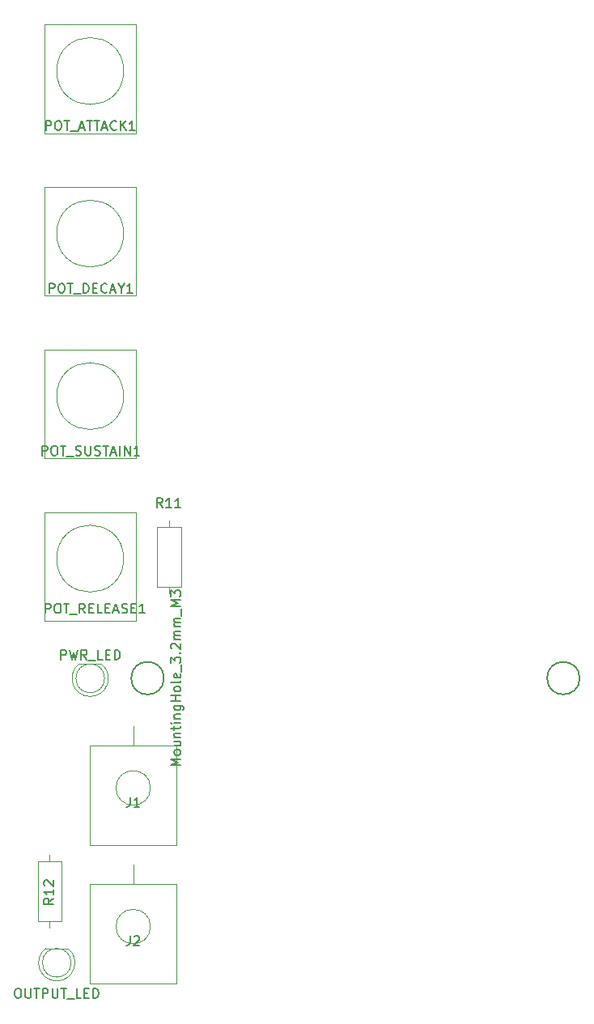
<source format=gbr>
%TF.GenerationSoftware,KiCad,Pcbnew,5.1.9+dfsg1-1~bpo10+1*%
%TF.CreationDate,2022-02-02T14:01:01+08:00*%
%TF.ProjectId,MiniADSR 1.0.1 - Control,4d696e69-4144-4535-9220-312e302e3120,rev?*%
%TF.SameCoordinates,Original*%
%TF.FileFunction,Other,Fab,Top*%
%FSLAX46Y46*%
G04 Gerber Fmt 4.6, Leading zero omitted, Abs format (unit mm)*
G04 Created by KiCad (PCBNEW 5.1.9+dfsg1-1~bpo10+1) date 2022-02-02 14:01:01*
%MOMM*%
%LPD*%
G01*
G04 APERTURE LIST*
%ADD10C,0.150000*%
%ADD11C,0.100000*%
G04 APERTURE END LIST*
D10*
X152705877Y-122500000D02*
G75*
G03*
X152705877Y-122500000I-1702939J0D01*
G01*
X109211724Y-122500000D02*
G75*
G03*
X109211724Y-122500000I-1711724J0D01*
G01*
D11*
%TO.C,POT_RELEASE1*%
X105000000Y-110000000D02*
G75*
G03*
X105000000Y-110000000I-3500000J0D01*
G01*
X96750000Y-116500000D02*
X96750000Y-105150000D01*
X106250000Y-116500000D02*
X96750000Y-116500000D01*
X106250000Y-105150000D02*
X96750000Y-105150000D01*
X106250000Y-116500000D02*
X106250000Y-105150000D01*
%TO.C,J1*%
X101500000Y-139980000D02*
X101500000Y-129580000D01*
X110500000Y-139980000D02*
X110500000Y-129580000D01*
X110500000Y-139980000D02*
X101500000Y-139980000D01*
X110500000Y-129530000D02*
X101500000Y-129530000D01*
X107800000Y-133980000D02*
G75*
G03*
X107800000Y-133980000I-1800000J0D01*
G01*
X106000000Y-127500000D02*
X106000000Y-129530000D01*
%TO.C,R12*%
X97250000Y-148620000D02*
X97250000Y-147960000D01*
X97250000Y-141000000D02*
X97250000Y-141660000D01*
X98500000Y-147960000D02*
X98500000Y-141660000D01*
X96000000Y-147960000D02*
X98500000Y-147960000D01*
X96000000Y-141660000D02*
X96000000Y-147960000D01*
X98500000Y-141660000D02*
X96000000Y-141660000D01*
%TO.C,R11*%
X111000000Y-106660000D02*
X108500000Y-106660000D01*
X108500000Y-106660000D02*
X108500000Y-112960000D01*
X108500000Y-112960000D02*
X111000000Y-112960000D01*
X111000000Y-112960000D02*
X111000000Y-106660000D01*
X109750000Y-106000000D02*
X109750000Y-106660000D01*
X109750000Y-113620000D02*
X109750000Y-112960000D01*
%TO.C,POT_ATTACK1*%
X106250000Y-65500000D02*
X106250000Y-54150000D01*
X106250000Y-54150000D02*
X96750000Y-54150000D01*
X106250000Y-65500000D02*
X96750000Y-65500000D01*
X96750000Y-65500000D02*
X96750000Y-54150000D01*
X105000000Y-59000000D02*
G75*
G03*
X105000000Y-59000000I-3500000J0D01*
G01*
%TO.C,POT_DECAY1*%
X106250000Y-82500000D02*
X106250000Y-71150000D01*
X106250000Y-71150000D02*
X96750000Y-71150000D01*
X106250000Y-82500000D02*
X96750000Y-82500000D01*
X96750000Y-82500000D02*
X96750000Y-71150000D01*
X105000000Y-76000000D02*
G75*
G03*
X105000000Y-76000000I-3500000J0D01*
G01*
%TO.C,POT_SUSTAIN1*%
X105000000Y-93000000D02*
G75*
G03*
X105000000Y-93000000I-3500000J0D01*
G01*
X96750000Y-99500000D02*
X96750000Y-88150000D01*
X106250000Y-99500000D02*
X96750000Y-99500000D01*
X106250000Y-88150000D02*
X96750000Y-88150000D01*
X106250000Y-99500000D02*
X106250000Y-88150000D01*
%TO.C,D6*%
X103000000Y-122520000D02*
G75*
G03*
X103000000Y-122520000I-1500000J0D01*
G01*
X102666190Y-121020000D02*
X100333810Y-121020000D01*
X100334524Y-121019445D02*
G75*
G03*
X102666190Y-121020000I1165476J-1500555D01*
G01*
%TO.C,D7*%
X99166190Y-150770000D02*
X96833810Y-150770000D01*
X99500000Y-152270000D02*
G75*
G03*
X99500000Y-152270000I-1500000J0D01*
G01*
X96834524Y-150769445D02*
G75*
G03*
X99166190Y-150770000I1165476J-1500555D01*
G01*
%TO.C,J2*%
X101500000Y-154480000D02*
X101500000Y-144080000D01*
X110500000Y-154480000D02*
X110500000Y-144080000D01*
X110500000Y-154480000D02*
X101500000Y-154480000D01*
X110500000Y-144030000D02*
X101500000Y-144030000D01*
X107800000Y-148480000D02*
G75*
G03*
X107800000Y-148480000I-1800000J0D01*
G01*
X106000000Y-142000000D02*
X106000000Y-144030000D01*
%TD*%
%TO.C,POT_RELEASE1*%
D10*
X96809523Y-115702380D02*
X96809523Y-114702380D01*
X97190476Y-114702380D01*
X97285714Y-114750000D01*
X97333333Y-114797619D01*
X97380952Y-114892857D01*
X97380952Y-115035714D01*
X97333333Y-115130952D01*
X97285714Y-115178571D01*
X97190476Y-115226190D01*
X96809523Y-115226190D01*
X98000000Y-114702380D02*
X98190476Y-114702380D01*
X98285714Y-114750000D01*
X98380952Y-114845238D01*
X98428571Y-115035714D01*
X98428571Y-115369047D01*
X98380952Y-115559523D01*
X98285714Y-115654761D01*
X98190476Y-115702380D01*
X98000000Y-115702380D01*
X97904761Y-115654761D01*
X97809523Y-115559523D01*
X97761904Y-115369047D01*
X97761904Y-115035714D01*
X97809523Y-114845238D01*
X97904761Y-114750000D01*
X98000000Y-114702380D01*
X98714285Y-114702380D02*
X99285714Y-114702380D01*
X99000000Y-115702380D02*
X99000000Y-114702380D01*
X99380952Y-115797619D02*
X100142857Y-115797619D01*
X100952380Y-115702380D02*
X100619047Y-115226190D01*
X100380952Y-115702380D02*
X100380952Y-114702380D01*
X100761904Y-114702380D01*
X100857142Y-114750000D01*
X100904761Y-114797619D01*
X100952380Y-114892857D01*
X100952380Y-115035714D01*
X100904761Y-115130952D01*
X100857142Y-115178571D01*
X100761904Y-115226190D01*
X100380952Y-115226190D01*
X101380952Y-115178571D02*
X101714285Y-115178571D01*
X101857142Y-115702380D02*
X101380952Y-115702380D01*
X101380952Y-114702380D01*
X101857142Y-114702380D01*
X102761904Y-115702380D02*
X102285714Y-115702380D01*
X102285714Y-114702380D01*
X103095238Y-115178571D02*
X103428571Y-115178571D01*
X103571428Y-115702380D02*
X103095238Y-115702380D01*
X103095238Y-114702380D01*
X103571428Y-114702380D01*
X103952380Y-115416666D02*
X104428571Y-115416666D01*
X103857142Y-115702380D02*
X104190476Y-114702380D01*
X104523809Y-115702380D01*
X104809523Y-115654761D02*
X104952380Y-115702380D01*
X105190476Y-115702380D01*
X105285714Y-115654761D01*
X105333333Y-115607142D01*
X105380952Y-115511904D01*
X105380952Y-115416666D01*
X105333333Y-115321428D01*
X105285714Y-115273809D01*
X105190476Y-115226190D01*
X105000000Y-115178571D01*
X104904761Y-115130952D01*
X104857142Y-115083333D01*
X104809523Y-114988095D01*
X104809523Y-114892857D01*
X104857142Y-114797619D01*
X104904761Y-114750000D01*
X105000000Y-114702380D01*
X105238095Y-114702380D01*
X105380952Y-114750000D01*
X105809523Y-115178571D02*
X106142857Y-115178571D01*
X106285714Y-115702380D02*
X105809523Y-115702380D01*
X105809523Y-114702380D01*
X106285714Y-114702380D01*
X107238095Y-115702380D02*
X106666666Y-115702380D01*
X106952380Y-115702380D02*
X106952380Y-114702380D01*
X106857142Y-114845238D01*
X106761904Y-114940476D01*
X106666666Y-114988095D01*
%TO.C,REF\u002A\u002A*%
X110952380Y-131619047D02*
X109952380Y-131619047D01*
X110666666Y-131285714D01*
X109952380Y-130952380D01*
X110952380Y-130952380D01*
X110952380Y-130333333D02*
X110904761Y-130428571D01*
X110857142Y-130476190D01*
X110761904Y-130523809D01*
X110476190Y-130523809D01*
X110380952Y-130476190D01*
X110333333Y-130428571D01*
X110285714Y-130333333D01*
X110285714Y-130190476D01*
X110333333Y-130095238D01*
X110380952Y-130047619D01*
X110476190Y-130000000D01*
X110761904Y-130000000D01*
X110857142Y-130047619D01*
X110904761Y-130095238D01*
X110952380Y-130190476D01*
X110952380Y-130333333D01*
X110285714Y-129142857D02*
X110952380Y-129142857D01*
X110285714Y-129571428D02*
X110809523Y-129571428D01*
X110904761Y-129523809D01*
X110952380Y-129428571D01*
X110952380Y-129285714D01*
X110904761Y-129190476D01*
X110857142Y-129142857D01*
X110285714Y-128666666D02*
X110952380Y-128666666D01*
X110380952Y-128666666D02*
X110333333Y-128619047D01*
X110285714Y-128523809D01*
X110285714Y-128380952D01*
X110333333Y-128285714D01*
X110428571Y-128238095D01*
X110952380Y-128238095D01*
X110285714Y-127904761D02*
X110285714Y-127523809D01*
X109952380Y-127761904D02*
X110809523Y-127761904D01*
X110904761Y-127714285D01*
X110952380Y-127619047D01*
X110952380Y-127523809D01*
X110952380Y-127190476D02*
X110285714Y-127190476D01*
X109952380Y-127190476D02*
X110000000Y-127238095D01*
X110047619Y-127190476D01*
X110000000Y-127142857D01*
X109952380Y-127190476D01*
X110047619Y-127190476D01*
X110285714Y-126714285D02*
X110952380Y-126714285D01*
X110380952Y-126714285D02*
X110333333Y-126666666D01*
X110285714Y-126571428D01*
X110285714Y-126428571D01*
X110333333Y-126333333D01*
X110428571Y-126285714D01*
X110952380Y-126285714D01*
X110285714Y-125380952D02*
X111095238Y-125380952D01*
X111190476Y-125428571D01*
X111238095Y-125476190D01*
X111285714Y-125571428D01*
X111285714Y-125714285D01*
X111238095Y-125809523D01*
X110904761Y-125380952D02*
X110952380Y-125476190D01*
X110952380Y-125666666D01*
X110904761Y-125761904D01*
X110857142Y-125809523D01*
X110761904Y-125857142D01*
X110476190Y-125857142D01*
X110380952Y-125809523D01*
X110333333Y-125761904D01*
X110285714Y-125666666D01*
X110285714Y-125476190D01*
X110333333Y-125380952D01*
X110952380Y-124904761D02*
X109952380Y-124904761D01*
X110428571Y-124904761D02*
X110428571Y-124333333D01*
X110952380Y-124333333D02*
X109952380Y-124333333D01*
X110952380Y-123714285D02*
X110904761Y-123809523D01*
X110857142Y-123857142D01*
X110761904Y-123904761D01*
X110476190Y-123904761D01*
X110380952Y-123857142D01*
X110333333Y-123809523D01*
X110285714Y-123714285D01*
X110285714Y-123571428D01*
X110333333Y-123476190D01*
X110380952Y-123428571D01*
X110476190Y-123380952D01*
X110761904Y-123380952D01*
X110857142Y-123428571D01*
X110904761Y-123476190D01*
X110952380Y-123571428D01*
X110952380Y-123714285D01*
X110952380Y-122809523D02*
X110904761Y-122904761D01*
X110809523Y-122952380D01*
X109952380Y-122952380D01*
X110904761Y-122047619D02*
X110952380Y-122142857D01*
X110952380Y-122333333D01*
X110904761Y-122428571D01*
X110809523Y-122476190D01*
X110428571Y-122476190D01*
X110333333Y-122428571D01*
X110285714Y-122333333D01*
X110285714Y-122142857D01*
X110333333Y-122047619D01*
X110428571Y-122000000D01*
X110523809Y-122000000D01*
X110619047Y-122476190D01*
X111047619Y-121809523D02*
X111047619Y-121047619D01*
X109952380Y-120904761D02*
X109952380Y-120285714D01*
X110333333Y-120619047D01*
X110333333Y-120476190D01*
X110380952Y-120380952D01*
X110428571Y-120333333D01*
X110523809Y-120285714D01*
X110761904Y-120285714D01*
X110857142Y-120333333D01*
X110904761Y-120380952D01*
X110952380Y-120476190D01*
X110952380Y-120761904D01*
X110904761Y-120857142D01*
X110857142Y-120904761D01*
X110857142Y-119857142D02*
X110904761Y-119809523D01*
X110952380Y-119857142D01*
X110904761Y-119904761D01*
X110857142Y-119857142D01*
X110952380Y-119857142D01*
X110047619Y-119428571D02*
X110000000Y-119380952D01*
X109952380Y-119285714D01*
X109952380Y-119047619D01*
X110000000Y-118952380D01*
X110047619Y-118904761D01*
X110142857Y-118857142D01*
X110238095Y-118857142D01*
X110380952Y-118904761D01*
X110952380Y-119476190D01*
X110952380Y-118857142D01*
X110952380Y-118428571D02*
X110285714Y-118428571D01*
X110380952Y-118428571D02*
X110333333Y-118380952D01*
X110285714Y-118285714D01*
X110285714Y-118142857D01*
X110333333Y-118047619D01*
X110428571Y-118000000D01*
X110952380Y-118000000D01*
X110428571Y-118000000D02*
X110333333Y-117952380D01*
X110285714Y-117857142D01*
X110285714Y-117714285D01*
X110333333Y-117619047D01*
X110428571Y-117571428D01*
X110952380Y-117571428D01*
X110952380Y-117095238D02*
X110285714Y-117095238D01*
X110380952Y-117095238D02*
X110333333Y-117047619D01*
X110285714Y-116952380D01*
X110285714Y-116809523D01*
X110333333Y-116714285D01*
X110428571Y-116666666D01*
X110952380Y-116666666D01*
X110428571Y-116666666D02*
X110333333Y-116619047D01*
X110285714Y-116523809D01*
X110285714Y-116380952D01*
X110333333Y-116285714D01*
X110428571Y-116238095D01*
X110952380Y-116238095D01*
X111047619Y-116000000D02*
X111047619Y-115238095D01*
X110952380Y-115000000D02*
X109952380Y-115000000D01*
X110666666Y-114666666D01*
X109952380Y-114333333D01*
X110952380Y-114333333D01*
X109952380Y-113952380D02*
X109952380Y-113333333D01*
X110333333Y-113666666D01*
X110333333Y-113523809D01*
X110380952Y-113428571D01*
X110428571Y-113380952D01*
X110523809Y-113333333D01*
X110761904Y-113333333D01*
X110857142Y-113380952D01*
X110904761Y-113428571D01*
X110952380Y-113523809D01*
X110952380Y-113809523D01*
X110904761Y-113904761D01*
X110857142Y-113952380D01*
%TO.C,J1*%
X105666666Y-134952380D02*
X105666666Y-135666666D01*
X105619047Y-135809523D01*
X105523809Y-135904761D01*
X105380952Y-135952380D01*
X105285714Y-135952380D01*
X106666666Y-135952380D02*
X106095238Y-135952380D01*
X106380952Y-135952380D02*
X106380952Y-134952380D01*
X106285714Y-135095238D01*
X106190476Y-135190476D01*
X106095238Y-135238095D01*
%TO.C,R12*%
X97652380Y-145542857D02*
X97176190Y-145876190D01*
X97652380Y-146114285D02*
X96652380Y-146114285D01*
X96652380Y-145733333D01*
X96700000Y-145638095D01*
X96747619Y-145590476D01*
X96842857Y-145542857D01*
X96985714Y-145542857D01*
X97080952Y-145590476D01*
X97128571Y-145638095D01*
X97176190Y-145733333D01*
X97176190Y-146114285D01*
X97652380Y-144590476D02*
X97652380Y-145161904D01*
X97652380Y-144876190D02*
X96652380Y-144876190D01*
X96795238Y-144971428D01*
X96890476Y-145066666D01*
X96938095Y-145161904D01*
X96747619Y-144209523D02*
X96700000Y-144161904D01*
X96652380Y-144066666D01*
X96652380Y-143828571D01*
X96700000Y-143733333D01*
X96747619Y-143685714D01*
X96842857Y-143638095D01*
X96938095Y-143638095D01*
X97080952Y-143685714D01*
X97652380Y-144257142D01*
X97652380Y-143638095D01*
%TO.C,R11*%
X109057142Y-104652380D02*
X108723809Y-104176190D01*
X108485714Y-104652380D02*
X108485714Y-103652380D01*
X108866666Y-103652380D01*
X108961904Y-103700000D01*
X109009523Y-103747619D01*
X109057142Y-103842857D01*
X109057142Y-103985714D01*
X109009523Y-104080952D01*
X108961904Y-104128571D01*
X108866666Y-104176190D01*
X108485714Y-104176190D01*
X110009523Y-104652380D02*
X109438095Y-104652380D01*
X109723809Y-104652380D02*
X109723809Y-103652380D01*
X109628571Y-103795238D01*
X109533333Y-103890476D01*
X109438095Y-103938095D01*
X110961904Y-104652380D02*
X110390476Y-104652380D01*
X110676190Y-104652380D02*
X110676190Y-103652380D01*
X110580952Y-103795238D01*
X110485714Y-103890476D01*
X110390476Y-103938095D01*
%TO.C,POT_ATTACK1*%
X96857142Y-65202380D02*
X96857142Y-64202380D01*
X97238095Y-64202380D01*
X97333333Y-64250000D01*
X97380952Y-64297619D01*
X97428571Y-64392857D01*
X97428571Y-64535714D01*
X97380952Y-64630952D01*
X97333333Y-64678571D01*
X97238095Y-64726190D01*
X96857142Y-64726190D01*
X98047619Y-64202380D02*
X98238095Y-64202380D01*
X98333333Y-64250000D01*
X98428571Y-64345238D01*
X98476190Y-64535714D01*
X98476190Y-64869047D01*
X98428571Y-65059523D01*
X98333333Y-65154761D01*
X98238095Y-65202380D01*
X98047619Y-65202380D01*
X97952380Y-65154761D01*
X97857142Y-65059523D01*
X97809523Y-64869047D01*
X97809523Y-64535714D01*
X97857142Y-64345238D01*
X97952380Y-64250000D01*
X98047619Y-64202380D01*
X98761904Y-64202380D02*
X99333333Y-64202380D01*
X99047619Y-65202380D02*
X99047619Y-64202380D01*
X99428571Y-65297619D02*
X100190476Y-65297619D01*
X100380952Y-64916666D02*
X100857142Y-64916666D01*
X100285714Y-65202380D02*
X100619047Y-64202380D01*
X100952380Y-65202380D01*
X101142857Y-64202380D02*
X101714285Y-64202380D01*
X101428571Y-65202380D02*
X101428571Y-64202380D01*
X101904761Y-64202380D02*
X102476190Y-64202380D01*
X102190476Y-65202380D02*
X102190476Y-64202380D01*
X102761904Y-64916666D02*
X103238095Y-64916666D01*
X102666666Y-65202380D02*
X103000000Y-64202380D01*
X103333333Y-65202380D01*
X104238095Y-65107142D02*
X104190476Y-65154761D01*
X104047619Y-65202380D01*
X103952380Y-65202380D01*
X103809523Y-65154761D01*
X103714285Y-65059523D01*
X103666666Y-64964285D01*
X103619047Y-64773809D01*
X103619047Y-64630952D01*
X103666666Y-64440476D01*
X103714285Y-64345238D01*
X103809523Y-64250000D01*
X103952380Y-64202380D01*
X104047619Y-64202380D01*
X104190476Y-64250000D01*
X104238095Y-64297619D01*
X104666666Y-65202380D02*
X104666666Y-64202380D01*
X105238095Y-65202380D02*
X104809523Y-64630952D01*
X105238095Y-64202380D02*
X104666666Y-64773809D01*
X106190476Y-65202380D02*
X105619047Y-65202380D01*
X105904761Y-65202380D02*
X105904761Y-64202380D01*
X105809523Y-64345238D01*
X105714285Y-64440476D01*
X105619047Y-64488095D01*
%TO.C,POT_DECAY1*%
X97206666Y-82202380D02*
X97206666Y-81202380D01*
X97587619Y-81202380D01*
X97682857Y-81250000D01*
X97730476Y-81297619D01*
X97778095Y-81392857D01*
X97778095Y-81535714D01*
X97730476Y-81630952D01*
X97682857Y-81678571D01*
X97587619Y-81726190D01*
X97206666Y-81726190D01*
X98397142Y-81202380D02*
X98587619Y-81202380D01*
X98682857Y-81250000D01*
X98778095Y-81345238D01*
X98825714Y-81535714D01*
X98825714Y-81869047D01*
X98778095Y-82059523D01*
X98682857Y-82154761D01*
X98587619Y-82202380D01*
X98397142Y-82202380D01*
X98301904Y-82154761D01*
X98206666Y-82059523D01*
X98159047Y-81869047D01*
X98159047Y-81535714D01*
X98206666Y-81345238D01*
X98301904Y-81250000D01*
X98397142Y-81202380D01*
X99111428Y-81202380D02*
X99682857Y-81202380D01*
X99397142Y-82202380D02*
X99397142Y-81202380D01*
X99778095Y-82297619D02*
X100540000Y-82297619D01*
X100778095Y-82202380D02*
X100778095Y-81202380D01*
X101016190Y-81202380D01*
X101159047Y-81250000D01*
X101254285Y-81345238D01*
X101301904Y-81440476D01*
X101349523Y-81630952D01*
X101349523Y-81773809D01*
X101301904Y-81964285D01*
X101254285Y-82059523D01*
X101159047Y-82154761D01*
X101016190Y-82202380D01*
X100778095Y-82202380D01*
X101778095Y-81678571D02*
X102111428Y-81678571D01*
X102254285Y-82202380D02*
X101778095Y-82202380D01*
X101778095Y-81202380D01*
X102254285Y-81202380D01*
X103254285Y-82107142D02*
X103206666Y-82154761D01*
X103063809Y-82202380D01*
X102968571Y-82202380D01*
X102825714Y-82154761D01*
X102730476Y-82059523D01*
X102682857Y-81964285D01*
X102635238Y-81773809D01*
X102635238Y-81630952D01*
X102682857Y-81440476D01*
X102730476Y-81345238D01*
X102825714Y-81250000D01*
X102968571Y-81202380D01*
X103063809Y-81202380D01*
X103206666Y-81250000D01*
X103254285Y-81297619D01*
X103635238Y-81916666D02*
X104111428Y-81916666D01*
X103540000Y-82202380D02*
X103873333Y-81202380D01*
X104206666Y-82202380D01*
X104730476Y-81726190D02*
X104730476Y-82202380D01*
X104397142Y-81202380D02*
X104730476Y-81726190D01*
X105063809Y-81202380D01*
X105920952Y-82202380D02*
X105349523Y-82202380D01*
X105635238Y-82202380D02*
X105635238Y-81202380D01*
X105540000Y-81345238D01*
X105444761Y-81440476D01*
X105349523Y-81488095D01*
%TO.C,POT_SUSTAIN1*%
X96468571Y-99202380D02*
X96468571Y-98202380D01*
X96849523Y-98202380D01*
X96944761Y-98250000D01*
X96992380Y-98297619D01*
X97040000Y-98392857D01*
X97040000Y-98535714D01*
X96992380Y-98630952D01*
X96944761Y-98678571D01*
X96849523Y-98726190D01*
X96468571Y-98726190D01*
X97659047Y-98202380D02*
X97849523Y-98202380D01*
X97944761Y-98250000D01*
X98040000Y-98345238D01*
X98087619Y-98535714D01*
X98087619Y-98869047D01*
X98040000Y-99059523D01*
X97944761Y-99154761D01*
X97849523Y-99202380D01*
X97659047Y-99202380D01*
X97563809Y-99154761D01*
X97468571Y-99059523D01*
X97420952Y-98869047D01*
X97420952Y-98535714D01*
X97468571Y-98345238D01*
X97563809Y-98250000D01*
X97659047Y-98202380D01*
X98373333Y-98202380D02*
X98944761Y-98202380D01*
X98659047Y-99202380D02*
X98659047Y-98202380D01*
X99040000Y-99297619D02*
X99801904Y-99297619D01*
X99992380Y-99154761D02*
X100135238Y-99202380D01*
X100373333Y-99202380D01*
X100468571Y-99154761D01*
X100516190Y-99107142D01*
X100563809Y-99011904D01*
X100563809Y-98916666D01*
X100516190Y-98821428D01*
X100468571Y-98773809D01*
X100373333Y-98726190D01*
X100182857Y-98678571D01*
X100087619Y-98630952D01*
X100040000Y-98583333D01*
X99992380Y-98488095D01*
X99992380Y-98392857D01*
X100040000Y-98297619D01*
X100087619Y-98250000D01*
X100182857Y-98202380D01*
X100420952Y-98202380D01*
X100563809Y-98250000D01*
X100992380Y-98202380D02*
X100992380Y-99011904D01*
X101040000Y-99107142D01*
X101087619Y-99154761D01*
X101182857Y-99202380D01*
X101373333Y-99202380D01*
X101468571Y-99154761D01*
X101516190Y-99107142D01*
X101563809Y-99011904D01*
X101563809Y-98202380D01*
X101992380Y-99154761D02*
X102135238Y-99202380D01*
X102373333Y-99202380D01*
X102468571Y-99154761D01*
X102516190Y-99107142D01*
X102563809Y-99011904D01*
X102563809Y-98916666D01*
X102516190Y-98821428D01*
X102468571Y-98773809D01*
X102373333Y-98726190D01*
X102182857Y-98678571D01*
X102087619Y-98630952D01*
X102040000Y-98583333D01*
X101992380Y-98488095D01*
X101992380Y-98392857D01*
X102040000Y-98297619D01*
X102087619Y-98250000D01*
X102182857Y-98202380D01*
X102420952Y-98202380D01*
X102563809Y-98250000D01*
X102849523Y-98202380D02*
X103420952Y-98202380D01*
X103135238Y-99202380D02*
X103135238Y-98202380D01*
X103706666Y-98916666D02*
X104182857Y-98916666D01*
X103611428Y-99202380D02*
X103944761Y-98202380D01*
X104278095Y-99202380D01*
X104611428Y-99202380D02*
X104611428Y-98202380D01*
X105087619Y-99202380D02*
X105087619Y-98202380D01*
X105659047Y-99202380D01*
X105659047Y-98202380D01*
X106659047Y-99202380D02*
X106087619Y-99202380D01*
X106373333Y-99202380D02*
X106373333Y-98202380D01*
X106278095Y-98345238D01*
X106182857Y-98440476D01*
X106087619Y-98488095D01*
%TO.C,D6*%
X98428571Y-120552380D02*
X98428571Y-119552380D01*
X98809523Y-119552380D01*
X98904761Y-119600000D01*
X98952380Y-119647619D01*
X99000000Y-119742857D01*
X99000000Y-119885714D01*
X98952380Y-119980952D01*
X98904761Y-120028571D01*
X98809523Y-120076190D01*
X98428571Y-120076190D01*
X99333333Y-119552380D02*
X99571428Y-120552380D01*
X99761904Y-119838095D01*
X99952380Y-120552380D01*
X100190476Y-119552380D01*
X101142857Y-120552380D02*
X100809523Y-120076190D01*
X100571428Y-120552380D02*
X100571428Y-119552380D01*
X100952380Y-119552380D01*
X101047619Y-119600000D01*
X101095238Y-119647619D01*
X101142857Y-119742857D01*
X101142857Y-119885714D01*
X101095238Y-119980952D01*
X101047619Y-120028571D01*
X100952380Y-120076190D01*
X100571428Y-120076190D01*
X101333333Y-120647619D02*
X102095238Y-120647619D01*
X102809523Y-120552380D02*
X102333333Y-120552380D01*
X102333333Y-119552380D01*
X103142857Y-120028571D02*
X103476190Y-120028571D01*
X103619047Y-120552380D02*
X103142857Y-120552380D01*
X103142857Y-119552380D01*
X103619047Y-119552380D01*
X104047619Y-120552380D02*
X104047619Y-119552380D01*
X104285714Y-119552380D01*
X104428571Y-119600000D01*
X104523809Y-119695238D01*
X104571428Y-119790476D01*
X104619047Y-119980952D01*
X104619047Y-120123809D01*
X104571428Y-120314285D01*
X104523809Y-120409523D01*
X104428571Y-120504761D01*
X104285714Y-120552380D01*
X104047619Y-120552380D01*
%TO.C,D7*%
X93857142Y-154952380D02*
X94047619Y-154952380D01*
X94142857Y-155000000D01*
X94238095Y-155095238D01*
X94285714Y-155285714D01*
X94285714Y-155619047D01*
X94238095Y-155809523D01*
X94142857Y-155904761D01*
X94047619Y-155952380D01*
X93857142Y-155952380D01*
X93761904Y-155904761D01*
X93666666Y-155809523D01*
X93619047Y-155619047D01*
X93619047Y-155285714D01*
X93666666Y-155095238D01*
X93761904Y-155000000D01*
X93857142Y-154952380D01*
X94714285Y-154952380D02*
X94714285Y-155761904D01*
X94761904Y-155857142D01*
X94809523Y-155904761D01*
X94904761Y-155952380D01*
X95095238Y-155952380D01*
X95190476Y-155904761D01*
X95238095Y-155857142D01*
X95285714Y-155761904D01*
X95285714Y-154952380D01*
X95619047Y-154952380D02*
X96190476Y-154952380D01*
X95904761Y-155952380D02*
X95904761Y-154952380D01*
X96523809Y-155952380D02*
X96523809Y-154952380D01*
X96904761Y-154952380D01*
X97000000Y-155000000D01*
X97047619Y-155047619D01*
X97095238Y-155142857D01*
X97095238Y-155285714D01*
X97047619Y-155380952D01*
X97000000Y-155428571D01*
X96904761Y-155476190D01*
X96523809Y-155476190D01*
X97523809Y-154952380D02*
X97523809Y-155761904D01*
X97571428Y-155857142D01*
X97619047Y-155904761D01*
X97714285Y-155952380D01*
X97904761Y-155952380D01*
X98000000Y-155904761D01*
X98047619Y-155857142D01*
X98095238Y-155761904D01*
X98095238Y-154952380D01*
X98428571Y-154952380D02*
X99000000Y-154952380D01*
X98714285Y-155952380D02*
X98714285Y-154952380D01*
X99095238Y-156047619D02*
X99857142Y-156047619D01*
X100571428Y-155952380D02*
X100095238Y-155952380D01*
X100095238Y-154952380D01*
X100904761Y-155428571D02*
X101238095Y-155428571D01*
X101380952Y-155952380D02*
X100904761Y-155952380D01*
X100904761Y-154952380D01*
X101380952Y-154952380D01*
X101809523Y-155952380D02*
X101809523Y-154952380D01*
X102047619Y-154952380D01*
X102190476Y-155000000D01*
X102285714Y-155095238D01*
X102333333Y-155190476D01*
X102380952Y-155380952D01*
X102380952Y-155523809D01*
X102333333Y-155714285D01*
X102285714Y-155809523D01*
X102190476Y-155904761D01*
X102047619Y-155952380D01*
X101809523Y-155952380D01*
%TO.C,J2*%
X105666666Y-149452380D02*
X105666666Y-150166666D01*
X105619047Y-150309523D01*
X105523809Y-150404761D01*
X105380952Y-150452380D01*
X105285714Y-150452380D01*
X106095238Y-149547619D02*
X106142857Y-149500000D01*
X106238095Y-149452380D01*
X106476190Y-149452380D01*
X106571428Y-149500000D01*
X106619047Y-149547619D01*
X106666666Y-149642857D01*
X106666666Y-149738095D01*
X106619047Y-149880952D01*
X106047619Y-150452380D01*
X106666666Y-150452380D01*
%TD*%
M02*

</source>
